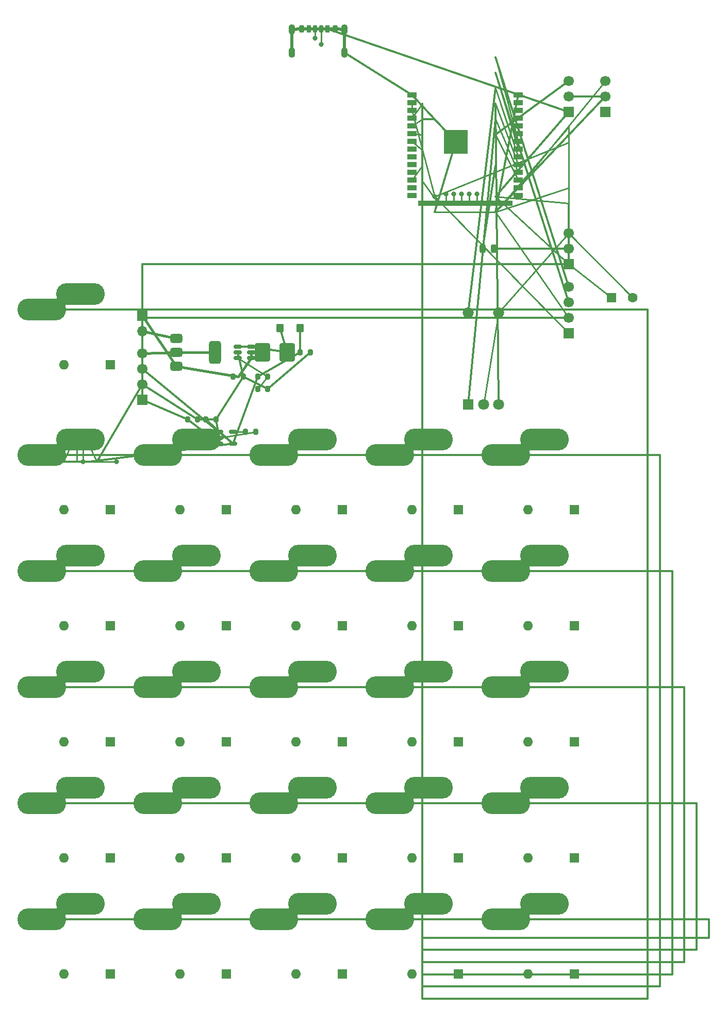
<source format=gtl>
%TF.GenerationSoftware,KiCad,Pcbnew,9.0.7*%
%TF.CreationDate,2026-02-28T22:53:29-05:00*%
%TF.ProjectId,Macropad,4d616372-6f70-4616-942e-6b696361645f,rev?*%
%TF.SameCoordinates,Original*%
%TF.FileFunction,Copper,L1,Top*%
%TF.FilePolarity,Positive*%
%FSLAX46Y46*%
G04 Gerber Fmt 4.6, Leading zero omitted, Abs format (unit mm)*
G04 Created by KiCad (PCBNEW 9.0.7) date 2026-02-28 22:53:29*
%MOMM*%
%LPD*%
G01*
G04 APERTURE LIST*
G04 Aperture macros list*
%AMRoundRect*
0 Rectangle with rounded corners*
0 $1 Rounding radius*
0 $2 $3 $4 $5 $6 $7 $8 $9 X,Y pos of 4 corners*
0 Add a 4 corners polygon primitive as box body*
4,1,4,$2,$3,$4,$5,$6,$7,$8,$9,$2,$3,0*
0 Add four circle primitives for the rounded corners*
1,1,$1+$1,$2,$3*
1,1,$1+$1,$4,$5*
1,1,$1+$1,$6,$7*
1,1,$1+$1,$8,$9*
0 Add four rect primitives between the rounded corners*
20,1,$1+$1,$2,$3,$4,$5,0*
20,1,$1+$1,$4,$5,$6,$7,0*
20,1,$1+$1,$6,$7,$8,$9,0*
20,1,$1+$1,$8,$9,$2,$3,0*%
G04 Aperture macros list end*
%TA.AperFunction,ComponentPad*%
%ADD10O,8.000000X3.600000*%
%TD*%
%TA.AperFunction,ComponentPad*%
%ADD11R,1.600000X1.600000*%
%TD*%
%TA.AperFunction,ComponentPad*%
%ADD12O,1.600000X1.600000*%
%TD*%
%TA.AperFunction,SMDPad,CuDef*%
%ADD13R,1.500000X0.900000*%
%TD*%
%TA.AperFunction,SMDPad,CuDef*%
%ADD14R,3.900000X3.900000*%
%TD*%
%TA.AperFunction,ComponentPad*%
%ADD15R,1.700000X1.700000*%
%TD*%
%TA.AperFunction,ComponentPad*%
%ADD16C,1.700000*%
%TD*%
%TA.AperFunction,ComponentPad*%
%ADD17O,1.700000X1.700000*%
%TD*%
%TA.AperFunction,SMDPad,CuDef*%
%ADD18RoundRect,0.375000X-0.625000X-0.375000X0.625000X-0.375000X0.625000X0.375000X-0.625000X0.375000X0*%
%TD*%
%TA.AperFunction,SMDPad,CuDef*%
%ADD19RoundRect,0.500000X-0.500000X-1.400000X0.500000X-1.400000X0.500000X1.400000X-0.500000X1.400000X0*%
%TD*%
%TA.AperFunction,SMDPad,CuDef*%
%ADD20RoundRect,0.175000X-0.175000X-0.425000X0.175000X-0.425000X0.175000X0.425000X-0.175000X0.425000X0*%
%TD*%
%TA.AperFunction,SMDPad,CuDef*%
%ADD21RoundRect,0.190000X0.190000X0.410000X-0.190000X0.410000X-0.190000X-0.410000X0.190000X-0.410000X0*%
%TD*%
%TA.AperFunction,SMDPad,CuDef*%
%ADD22RoundRect,0.200000X0.200000X0.400000X-0.200000X0.400000X-0.200000X-0.400000X0.200000X-0.400000X0*%
%TD*%
%TA.AperFunction,SMDPad,CuDef*%
%ADD23RoundRect,0.175000X0.175000X0.425000X-0.175000X0.425000X-0.175000X-0.425000X0.175000X-0.425000X0*%
%TD*%
%TA.AperFunction,SMDPad,CuDef*%
%ADD24RoundRect,0.190000X-0.190000X-0.410000X0.190000X-0.410000X0.190000X0.410000X-0.190000X0.410000X0*%
%TD*%
%TA.AperFunction,SMDPad,CuDef*%
%ADD25RoundRect,0.200000X-0.200000X-0.400000X0.200000X-0.400000X0.200000X0.400000X-0.200000X0.400000X0*%
%TD*%
%TA.AperFunction,ComponentPad*%
%ADD26O,1.100000X1.700000*%
%TD*%
%TA.AperFunction,SMDPad,CuDef*%
%ADD27RoundRect,0.150000X-0.512500X-0.150000X0.512500X-0.150000X0.512500X0.150000X-0.512500X0.150000X0*%
%TD*%
%TA.AperFunction,SMDPad,CuDef*%
%ADD28RoundRect,0.200000X0.275000X-0.200000X0.275000X0.200000X-0.275000X0.200000X-0.275000X-0.200000X0*%
%TD*%
%TA.AperFunction,SMDPad,CuDef*%
%ADD29RoundRect,0.200000X-0.200000X-0.275000X0.200000X-0.275000X0.200000X0.275000X-0.200000X0.275000X0*%
%TD*%
%TA.AperFunction,SMDPad,CuDef*%
%ADD30RoundRect,0.250000X-1.000000X-1.250000X1.000000X-1.250000X1.000000X1.250000X-1.000000X1.250000X0*%
%TD*%
%TA.AperFunction,SMDPad,CuDef*%
%ADD31RoundRect,0.240000X-0.360000X-0.460000X0.360000X-0.460000X0.360000X0.460000X-0.360000X0.460000X0*%
%TD*%
%TA.AperFunction,SMDPad,CuDef*%
%ADD32RoundRect,0.243750X-0.243750X-0.456250X0.243750X-0.456250X0.243750X0.456250X-0.243750X0.456250X0*%
%TD*%
%TA.AperFunction,ComponentPad*%
%ADD33C,1.600000*%
%TD*%
%TA.AperFunction,ComponentPad*%
%ADD34R,1.800000X1.800000*%
%TD*%
%TA.AperFunction,ComponentPad*%
%ADD35C,1.800000*%
%TD*%
%TA.AperFunction,ViaPad*%
%ADD36C,0.800000*%
%TD*%
%TA.AperFunction,Conductor*%
%ADD37C,0.300000*%
%TD*%
%TA.AperFunction,Conductor*%
%ADD38C,0.250000*%
%TD*%
%TA.AperFunction,Conductor*%
%ADD39C,0.400000*%
%TD*%
%TA.AperFunction,Conductor*%
%ADD40C,0.500000*%
%TD*%
G04 APERTURE END LIST*
D10*
%TO.P,SW1,1*%
%TO.N,ROW0*%
X5715000Y-6985000D03*
%TO.P,SW1,2*%
%TO.N,K1*%
X12065000Y-4445000D03*
%TD*%
D11*
%TO.P,D1,1*%
%TO.N,K1*%
X17025000Y-16025000D03*
D12*
%TO.P,D1,2*%
%TO.N,COL0*%
X9405000Y-16025000D03*
%TD*%
D10*
%TO.P,SW2,1*%
%TO.N,ROW1*%
X5715000Y-30797000D03*
%TO.P,SW2,2*%
%TO.N,K2*%
X12065000Y-28257000D03*
%TD*%
D11*
%TO.P,D2,1*%
%TO.N,K2*%
X17025000Y-39837000D03*
D12*
%TO.P,D2,2*%
%TO.N,COL0*%
X9405000Y-39837000D03*
%TD*%
D10*
%TO.P,SW3,1*%
%TO.N,ROW1*%
X24765000Y-30797000D03*
%TO.P,SW3,2*%
%TO.N,K3*%
X31115000Y-28257000D03*
%TD*%
D11*
%TO.P,D3,1*%
%TO.N,K3*%
X36075000Y-39837000D03*
D12*
%TO.P,D3,2*%
%TO.N,COL1*%
X28455000Y-39837000D03*
%TD*%
D10*
%TO.P,SW4,1*%
%TO.N,ROW1*%
X43815000Y-30797000D03*
%TO.P,SW4,2*%
%TO.N,K4*%
X50165000Y-28257000D03*
%TD*%
D11*
%TO.P,D4,1*%
%TO.N,K4*%
X55125000Y-39837000D03*
D12*
%TO.P,D4,2*%
%TO.N,COL2*%
X47505000Y-39837000D03*
%TD*%
D10*
%TO.P,SW5,1*%
%TO.N,ROW1*%
X62865000Y-30797000D03*
%TO.P,SW5,2*%
%TO.N,K5*%
X69215000Y-28257000D03*
%TD*%
D11*
%TO.P,D5,1*%
%TO.N,K5*%
X74175000Y-39837000D03*
D12*
%TO.P,D5,2*%
%TO.N,COL3*%
X66555000Y-39837000D03*
%TD*%
D10*
%TO.P,SW6,1*%
%TO.N,ROW1*%
X81915000Y-30797000D03*
%TO.P,SW6,2*%
%TO.N,K6*%
X88265000Y-28257000D03*
%TD*%
D11*
%TO.P,D6,1*%
%TO.N,K6*%
X93225000Y-39837000D03*
D12*
%TO.P,D6,2*%
%TO.N,COL4*%
X85605000Y-39837000D03*
%TD*%
D10*
%TO.P,SW7,1*%
%TO.N,ROW2*%
X5715000Y-49848000D03*
%TO.P,SW7,2*%
%TO.N,K7*%
X12065000Y-47308000D03*
%TD*%
D11*
%TO.P,D7,1*%
%TO.N,K7*%
X17025000Y-58888000D03*
D12*
%TO.P,D7,2*%
%TO.N,COL0*%
X9405000Y-58888000D03*
%TD*%
D10*
%TO.P,SW8,1*%
%TO.N,ROW2*%
X24765000Y-49848000D03*
%TO.P,SW8,2*%
%TO.N,K8*%
X31115000Y-47308000D03*
%TD*%
D11*
%TO.P,D8,1*%
%TO.N,K8*%
X36075000Y-58888000D03*
D12*
%TO.P,D8,2*%
%TO.N,COL1*%
X28455000Y-58888000D03*
%TD*%
D10*
%TO.P,SW9,1*%
%TO.N,ROW2*%
X43815000Y-49848000D03*
%TO.P,SW9,2*%
%TO.N,K9*%
X50165000Y-47308000D03*
%TD*%
D11*
%TO.P,D9,1*%
%TO.N,K9*%
X55125000Y-58888000D03*
D12*
%TO.P,D9,2*%
%TO.N,COL2*%
X47505000Y-58888000D03*
%TD*%
D10*
%TO.P,SW10,1*%
%TO.N,ROW2*%
X62865000Y-49848000D03*
%TO.P,SW10,2*%
%TO.N,K10*%
X69215000Y-47308000D03*
%TD*%
D11*
%TO.P,D10,1*%
%TO.N,K10*%
X74175000Y-58888000D03*
D12*
%TO.P,D10,2*%
%TO.N,COL3*%
X66555000Y-58888000D03*
%TD*%
D10*
%TO.P,SW11,1*%
%TO.N,ROW2*%
X81915000Y-49848000D03*
%TO.P,SW11,2*%
%TO.N,K11*%
X88265000Y-47308000D03*
%TD*%
D11*
%TO.P,D11,1*%
%TO.N,K11*%
X93225000Y-58888000D03*
D12*
%TO.P,D11,2*%
%TO.N,COL4*%
X85605000Y-58888000D03*
%TD*%
D10*
%TO.P,SW12,1*%
%TO.N,ROW3*%
X5715000Y-68898000D03*
%TO.P,SW12,2*%
%TO.N,K12*%
X12065000Y-66358000D03*
%TD*%
D11*
%TO.P,D12,1*%
%TO.N,K12*%
X17025000Y-77938000D03*
D12*
%TO.P,D12,2*%
%TO.N,COL0*%
X9405000Y-77938000D03*
%TD*%
D10*
%TO.P,SW13,1*%
%TO.N,ROW3*%
X24765000Y-68898000D03*
%TO.P,SW13,2*%
%TO.N,K13*%
X31115000Y-66358000D03*
%TD*%
D11*
%TO.P,D13,1*%
%TO.N,K13*%
X36075000Y-77938000D03*
D12*
%TO.P,D13,2*%
%TO.N,COL1*%
X28455000Y-77938000D03*
%TD*%
D10*
%TO.P,SW14,1*%
%TO.N,ROW3*%
X43815000Y-68898000D03*
%TO.P,SW14,2*%
%TO.N,K14*%
X50165000Y-66358000D03*
%TD*%
D11*
%TO.P,D14,1*%
%TO.N,K14*%
X55125000Y-77938000D03*
D12*
%TO.P,D14,2*%
%TO.N,COL2*%
X47505000Y-77938000D03*
%TD*%
D10*
%TO.P,SW15,1*%
%TO.N,ROW3*%
X62865000Y-68898000D03*
%TO.P,SW15,2*%
%TO.N,K15*%
X69215000Y-66358000D03*
%TD*%
D11*
%TO.P,D15,1*%
%TO.N,K15*%
X74175000Y-77938000D03*
D12*
%TO.P,D15,2*%
%TO.N,COL3*%
X66555000Y-77938000D03*
%TD*%
D10*
%TO.P,SW16,1*%
%TO.N,ROW3*%
X81915000Y-68898000D03*
%TO.P,SW16,2*%
%TO.N,K16*%
X88265000Y-66358000D03*
%TD*%
D11*
%TO.P,D16,1*%
%TO.N,K16*%
X93225000Y-77938000D03*
D12*
%TO.P,D16,2*%
%TO.N,COL4*%
X85605000Y-77938000D03*
%TD*%
D10*
%TO.P,SW17,1*%
%TO.N,ROW4*%
X5715000Y-87947000D03*
%TO.P,SW17,2*%
%TO.N,K17*%
X12065000Y-85407000D03*
%TD*%
D11*
%TO.P,D17,1*%
%TO.N,K17*%
X17025000Y-96987000D03*
D12*
%TO.P,D17,2*%
%TO.N,COL0*%
X9405000Y-96987000D03*
%TD*%
D10*
%TO.P,SW18,1*%
%TO.N,ROW4*%
X24765000Y-87947000D03*
%TO.P,SW18,2*%
%TO.N,K18*%
X31115000Y-85407000D03*
%TD*%
D11*
%TO.P,D18,1*%
%TO.N,K18*%
X36075000Y-96987000D03*
D12*
%TO.P,D18,2*%
%TO.N,COL1*%
X28455000Y-96987000D03*
%TD*%
D10*
%TO.P,SW19,1*%
%TO.N,ROW4*%
X43815000Y-87947000D03*
%TO.P,SW19,2*%
%TO.N,K19*%
X50165000Y-85407000D03*
%TD*%
D11*
%TO.P,D19,1*%
%TO.N,K19*%
X55125000Y-96987000D03*
D12*
%TO.P,D19,2*%
%TO.N,COL2*%
X47505000Y-96987000D03*
%TD*%
D10*
%TO.P,SW20,1*%
%TO.N,ROW4*%
X62865000Y-87947000D03*
%TO.P,SW20,2*%
%TO.N,K20*%
X69215000Y-85407000D03*
%TD*%
D11*
%TO.P,D20,1*%
%TO.N,K20*%
X74175000Y-96987000D03*
D12*
%TO.P,D20,2*%
%TO.N,COL3*%
X66555000Y-96987000D03*
%TD*%
D10*
%TO.P,SW21,1*%
%TO.N,ROW4*%
X81915000Y-87947000D03*
%TO.P,SW21,2*%
%TO.N,K21*%
X88265000Y-85407000D03*
%TD*%
D11*
%TO.P,D21,1*%
%TO.N,K21*%
X93225000Y-96987000D03*
D12*
%TO.P,D21,2*%
%TO.N,COL4*%
X85605000Y-96987000D03*
%TD*%
D10*
%TO.P,SW22,1*%
%TO.N,ROW5*%
X5715000Y-106998000D03*
%TO.P,SW22,2*%
%TO.N,K22*%
X12065000Y-104458000D03*
%TD*%
D11*
%TO.P,D22,1*%
%TO.N,K22*%
X17025000Y-116038000D03*
D12*
%TO.P,D22,2*%
%TO.N,COL0*%
X9405000Y-116038000D03*
%TD*%
D10*
%TO.P,SW23,1*%
%TO.N,ROW5*%
X24765000Y-106998000D03*
%TO.P,SW23,2*%
%TO.N,K23*%
X31115000Y-104458000D03*
%TD*%
D11*
%TO.P,D23,1*%
%TO.N,K23*%
X36075000Y-116038000D03*
D12*
%TO.P,D23,2*%
%TO.N,COL1*%
X28455000Y-116038000D03*
%TD*%
D10*
%TO.P,SW24,1*%
%TO.N,ROW5*%
X43815000Y-106998000D03*
%TO.P,SW24,2*%
%TO.N,K24*%
X50165000Y-104458000D03*
%TD*%
D11*
%TO.P,D24,1*%
%TO.N,K24*%
X55125000Y-116038000D03*
D12*
%TO.P,D24,2*%
%TO.N,COL2*%
X47505000Y-116038000D03*
%TD*%
D10*
%TO.P,SW25,1*%
%TO.N,ROW5*%
X62865000Y-106998000D03*
%TO.P,SW25,2*%
%TO.N,K25*%
X69215000Y-104458000D03*
%TD*%
D11*
%TO.P,D25,1*%
%TO.N,K25*%
X74175000Y-116038000D03*
D12*
%TO.P,D25,2*%
%TO.N,COL3*%
X66555000Y-116038000D03*
%TD*%
D10*
%TO.P,SW26,1*%
%TO.N,ROW5*%
X81915000Y-106998000D03*
%TO.P,SW26,2*%
%TO.N,K26*%
X88265000Y-104458000D03*
%TD*%
D11*
%TO.P,D26,1*%
%TO.N,K26*%
X93225000Y-116038000D03*
D12*
%TO.P,D26,2*%
%TO.N,COL4*%
X85605000Y-116038000D03*
%TD*%
D13*
%TO.P,U901,1*%
%TO.N,GND*%
X66500000Y28260000D03*
%TO.P,U901,2*%
%TO.N,3V3*%
X66500000Y26990000D03*
%TO.P,U901,3*%
X66500000Y25720000D03*
%TO.P,U901,4*%
%TO.N,ROW0*%
X66500000Y24450000D03*
%TO.P,U901,5*%
%TO.N,ROW1*%
X66500000Y23180000D03*
%TO.P,U901,6*%
%TO.N,ROW2*%
X66500000Y21910000D03*
%TO.P,U901,7*%
%TO.N,ROW3*%
X66500000Y20640000D03*
%TO.P,U901,8*%
%TO.N,N/C*%
X66500000Y19370000D03*
%TO.P,U901,9*%
X66500000Y18100000D03*
%TO.P,U901,10*%
X66500000Y16830000D03*
%TO.P,U901,11*%
X66500000Y15560000D03*
%TO.P,U901,12*%
%TO.N,ROW4*%
X66500000Y14290000D03*
%TO.P,U901,13*%
%TO.N,N/C*%
X66500000Y13020000D03*
%TO.P,U901,14*%
X66500000Y11750000D03*
%TO.P,U901,15*%
X68265000Y10500000D03*
%TO.P,U901,16*%
X69535000Y10500000D03*
%TO.P,U901,17*%
%TO.N,ROW5*%
X70805000Y10500000D03*
%TO.P,U901,18*%
%TO.N,COL0*%
X72075000Y10500000D03*
%TO.P,U901,19*%
%TO.N,COL1*%
X73345000Y10500000D03*
%TO.P,U901,20*%
%TO.N,COL2*%
X74615000Y10500000D03*
%TO.P,U901,21*%
%TO.N,COL3*%
X75885000Y10500000D03*
%TO.P,U901,22*%
%TO.N,COL4*%
X77155000Y10500000D03*
%TO.P,U901,23*%
%TO.N,LED_DATA*%
X78425000Y10500000D03*
%TO.P,U901,24*%
%TO.N,N/C*%
X79695000Y10500000D03*
%TO.P,U901,25*%
X80965000Y10500000D03*
%TO.P,U901,26*%
X82235000Y10500000D03*
%TO.P,U901,27*%
X84000000Y11750000D03*
%TO.P,U901,28*%
%TO.N,IR_RX*%
X84000000Y13020000D03*
%TO.P,U901,29*%
%TO.N,IR_TX*%
X84000000Y14290000D03*
%TO.P,U901,30*%
%TO.N,ENC_A*%
X84000000Y15560000D03*
%TO.P,U901,31*%
%TO.N,ENC_B*%
X84000000Y16830000D03*
%TO.P,U901,32*%
%TO.N,ENC_SW*%
X84000000Y18100000D03*
%TO.P,U901,33*%
%TO.N,LCD_SDA*%
X84000000Y19370000D03*
%TO.P,U901,34*%
%TO.N,LCD_SCL*%
X84000000Y20640000D03*
%TO.P,U901,35*%
%TO.N,N/C*%
X84000000Y21910000D03*
%TO.P,U901,36*%
X84000000Y23180000D03*
%TO.P,U901,37*%
X84000000Y24450000D03*
%TO.P,U901,38*%
X84000000Y25720000D03*
%TO.P,U901,39*%
X84000000Y26990000D03*
%TO.P,U901,40*%
%TO.N,GND*%
X84000000Y28260000D03*
D14*
%TO.P,U901,41*%
X73750000Y20540000D03*
%TD*%
D15*
%TO.P,J201,1*%
%TO.N,3V3*%
X98250000Y25460000D03*
D16*
%TO.P,J201,2*%
%TO.N,GND*%
X98250000Y28000000D03*
%TO.P,J201,3*%
%TO.N,IR_RX*%
X98250000Y30540000D03*
%TD*%
D15*
%TO.P,J202,1*%
%TO.N,5V*%
X92250000Y25460000D03*
D16*
%TO.P,J202,2*%
%TO.N,GND*%
X92250000Y28000000D03*
%TO.P,J202,3*%
%TO.N,IR_TX*%
X92250000Y30540000D03*
%TD*%
D15*
%TO.P,J301,1*%
%TO.N,5V*%
X92250000Y460000D03*
D16*
%TO.P,J301,2*%
%TO.N,LED_DIN*%
X92250000Y3000000D03*
%TO.P,J301,3*%
%TO.N,GND*%
X92250000Y5540000D03*
%TD*%
D15*
%TO.P,J302,1*%
%TO.N,3V3*%
X92250000Y-10810000D03*
D16*
%TO.P,J302,2*%
%TO.N,GND*%
X92250000Y-8270000D03*
%TO.P,J302,3*%
%TO.N,LCD_SDA*%
X92250000Y-5730000D03*
%TO.P,J302,4*%
%TO.N,LCD_SCL*%
X92250000Y-3190000D03*
%TD*%
D15*
%TO.P,J400,1*%
%TO.N,BAT+*%
X22250000Y-8000000D03*
D17*
%TO.P,J400,2*%
%TO.N,GND*%
X22250000Y-10540000D03*
%TD*%
D15*
%TO.P,J401,1*%
%TO.N,BAT+*%
X22250000Y-21810000D03*
D16*
%TO.P,J401,2*%
%TO.N,GND*%
X22250000Y-19270000D03*
%TO.P,J401,3*%
%TO.N,5V*%
X22250000Y-16730000D03*
%TO.P,J401,4*%
%TO.N,3V3*%
X22250000Y-14190000D03*
%TD*%
D18*
%TO.P,U402,1*%
%TO.N,GND*%
X27850000Y-11700000D03*
%TO.P,U402,2*%
%TO.N,3V3*%
X27850000Y-14000000D03*
D19*
X34150000Y-14000000D03*
D18*
%TO.P,U402,3*%
%TO.N,BAT+*%
X27850000Y-16300000D03*
%TD*%
D20*
%TO.P,J402,A5*%
%TO.N,USB_CC1*%
X50625000Y39080000D03*
D21*
%TO.P,J402,A9*%
%TO.N,5V*%
X52645000Y39080000D03*
D22*
%TO.P,J402,A12*%
%TO.N,GND*%
X53875000Y39080000D03*
D23*
%TO.P,J402,B5*%
%TO.N,USB_CC2*%
X51625000Y39080000D03*
D24*
%TO.P,J402,B9*%
%TO.N,5V*%
X49605000Y39080000D03*
D25*
%TO.P,J402,B12*%
%TO.N,GND*%
X48375000Y39080000D03*
D26*
%TO.P,J402,S1*%
X46805000Y39000000D03*
X46805000Y35200000D03*
X55445000Y39000000D03*
X55445000Y35200000D03*
%TD*%
D27*
%TO.P,U403,1*%
%TO.N,N/C*%
X34862500Y-27050000D03*
%TO.P,U403,2*%
%TO.N,GND*%
X34862500Y-28000000D03*
%TO.P,U403,3*%
%TO.N,BAT+*%
X34862500Y-28950000D03*
%TO.P,U403,4*%
%TO.N,5V*%
X37137500Y-28950000D03*
%TO.P,U403,5*%
%TO.N,CHG_PROG*%
X37137500Y-27050000D03*
%TD*%
D28*
%TO.P,R402,1*%
%TO.N,USB_CC1*%
X11500000Y-28825000D03*
%TO.P,R402,2*%
%TO.N,GND*%
X11500000Y-27175000D03*
%TD*%
%TO.P,R403,1*%
%TO.N,USB_CC2*%
X12500000Y-28825000D03*
%TO.P,R403,2*%
%TO.N,GND*%
X12500000Y-27175000D03*
%TD*%
D29*
%TO.P,R404,1*%
%TO.N,CHG_PROG*%
X39175000Y-27050000D03*
%TO.P,R404,2*%
%TO.N,GND*%
X40825000Y-27050000D03*
%TD*%
%TO.P,C402,1*%
%TO.N,5V*%
X32675000Y-25000000D03*
%TO.P,C402,2*%
%TO.N,GND*%
X34325000Y-25000000D03*
%TD*%
%TO.P,C403,1*%
%TO.N,BAT+*%
X29675000Y-25000000D03*
%TO.P,C403,2*%
%TO.N,GND*%
X31325000Y-25000000D03*
%TD*%
D27*
%TO.P,U404,1*%
%TO.N,BOOST_SW*%
X37862500Y-13050000D03*
%TO.P,U404,2*%
%TO.N,GND*%
X37862500Y-14000000D03*
%TO.P,U404,3*%
%TO.N,BOOST_FB*%
X37862500Y-14950000D03*
%TO.P,U404,4*%
%TO.N,BAT+*%
X40137500Y-14950000D03*
%TO.P,U404,5*%
X40137500Y-14000000D03*
%TO.P,U404,6*%
%TO.N,BOOST_SW*%
X40137500Y-13050000D03*
%TD*%
D30*
%TO.P,L401,1*%
%TO.N,BAT+*%
X42000000Y-14000000D03*
%TO.P,L401,2*%
%TO.N,BOOST_SW*%
X46000000Y-14000000D03*
%TD*%
D31*
%TO.P,D401,1*%
%TO.N,BOOST_SW*%
X44850000Y-10000000D03*
%TO.P,D401,2*%
%TO.N,5V*%
X48150000Y-10000000D03*
%TD*%
D29*
%TO.P,R405,1*%
%TO.N,5V*%
X41175000Y-18000000D03*
%TO.P,R405,2*%
%TO.N,BOOST_FB*%
X42825000Y-18000000D03*
%TD*%
%TO.P,R406,1*%
%TO.N,BOOST_FB*%
X41175000Y-20000000D03*
%TO.P,R406,2*%
%TO.N,GND*%
X42825000Y-20000000D03*
%TD*%
%TO.P,C404,1*%
%TO.N,BAT+*%
X37175000Y-18000000D03*
%TO.P,C404,2*%
%TO.N,GND*%
X38825000Y-18000000D03*
%TD*%
%TO.P,C405,1*%
%TO.N,5V*%
X48175000Y-14000000D03*
%TO.P,C405,2*%
%TO.N,GND*%
X49825000Y-14000000D03*
%TD*%
D32*
%TO.P,R401,1*%
%TO.N,LED_DATA*%
X78122500Y3000000D03*
%TO.P,R401,2*%
%TO.N,LED_DIN*%
X79997500Y3000000D03*
%TD*%
D11*
%TO.P,C401,1*%
%TO.N,5V*%
X99250000Y-5000000D03*
D33*
%TO.P,C401,2*%
%TO.N,GND*%
X102750000Y-5000000D03*
%TD*%
D34*
%TO.P,SW401,A*%
%TO.N,ENC_A*%
X75750000Y-22500000D03*
D35*
%TO.P,SW401,B*%
%TO.N,ENC_B*%
X80750000Y-22500000D03*
%TO.P,SW401,C*%
%TO.N,GND*%
X78250000Y-22500000D03*
%TO.P,SW401,S1*%
%TO.N,ENC_SW*%
X75750000Y-7500000D03*
%TO.P,SW401,S2*%
%TO.N,GND*%
X80750000Y-7500000D03*
%TD*%
D36*
%TO.N,COL0*%
X72075000Y12000000D03*
%TO.N,COL1*%
X73345000Y12000000D03*
%TO.N,COL2*%
X74615000Y12000000D03*
%TO.N,COL3*%
X75885000Y12000000D03*
%TO.N,COL4*%
X77155000Y12000000D03*
%TO.N,3V3*%
X70250000Y11570000D03*
%TO.N,USB_CC1*%
X50625000Y37580000D03*
X18000000Y-31920000D03*
%TO.N,USB_CC2*%
X51625000Y36580000D03*
X12500000Y-31920000D03*
%TD*%
D37*
%TO.N,ROW0*%
X5715000Y-6985000D02*
X105250000Y-6985000D01*
X105250000Y-6985000D02*
X105250000Y-120063000D01*
X105250000Y-120063000D02*
X68250000Y-120063000D01*
X68250000Y-120063000D02*
X68250000Y26810000D01*
%TO.N,ROW1*%
X5715000Y-30797000D02*
X24765000Y-30797000D01*
X24765000Y-30797000D02*
X43815000Y-30797000D01*
X43815000Y-30797000D02*
X62865000Y-30797000D01*
X62865000Y-30797000D02*
X81915000Y-30797000D01*
X81915000Y-30797000D02*
X107250000Y-30797000D01*
X107250000Y-30797000D02*
X107250000Y-118063000D01*
X107250000Y-118063000D02*
X68250000Y-118063000D01*
X68250000Y-118063000D02*
X68250000Y24270000D01*
X68250000Y24270000D02*
X70250000Y24270000D01*
%TO.N,ROW2*%
X5715000Y-49848000D02*
X24765000Y-49848000D01*
X24765000Y-49848000D02*
X43815000Y-49848000D01*
X43815000Y-49848000D02*
X62865000Y-49848000D01*
X62865000Y-49848000D02*
X81915000Y-49848000D01*
X81915000Y-49848000D02*
X109250000Y-49848000D01*
X109250000Y-49848000D02*
X109250000Y-116063000D01*
X109250000Y-116063000D02*
X68250000Y-116063000D01*
X68250000Y-116063000D02*
X68250000Y21730000D01*
%TO.N,ROW3*%
X5715000Y-68897000D02*
X24765000Y-68897000D01*
X24765000Y-68897000D02*
X43815000Y-68897000D01*
X43815000Y-68897000D02*
X62865000Y-68897000D01*
X62865000Y-68897000D02*
X81915000Y-68897000D01*
X81915000Y-68897000D02*
X111250000Y-68897000D01*
X111250000Y-68897000D02*
X111250000Y-114063000D01*
X111250000Y-114063000D02*
X68250000Y-114063000D01*
X68250000Y-114063000D02*
X68250000Y19190000D01*
%TO.N,ROW4*%
X5715000Y-87947000D02*
X24765000Y-87947000D01*
X24765000Y-87947000D02*
X43815000Y-87947000D01*
X43815000Y-87947000D02*
X62865000Y-87947000D01*
X62865000Y-87947000D02*
X81915000Y-87947000D01*
X81915000Y-87947000D02*
X113250000Y-87947000D01*
X113250000Y-87947000D02*
X113250000Y-112063000D01*
X113250000Y-112063000D02*
X68250000Y-112063000D01*
X68250000Y-112063000D02*
X68250000Y16650000D01*
%TO.N,ROW5*%
X5715000Y-106998000D02*
X24765000Y-106998000D01*
X24765000Y-106998000D02*
X43815000Y-106998000D01*
X43815000Y-106998000D02*
X62865000Y-106998000D01*
X62865000Y-106998000D02*
X81915000Y-106998000D01*
X81915000Y-106998000D02*
X115250000Y-106998000D01*
X115250000Y-106998000D02*
X115250000Y-110063000D01*
X115250000Y-110063000D02*
X68250000Y-110063000D01*
X68250000Y-110063000D02*
X68250000Y14110000D01*
D38*
%TO.N,3V3*%
X70250000Y11570000D02*
X92250000Y20460000D01*
%TO.N,GND*%
X70250000Y9030000D02*
X80250000Y9030000D01*
%TO.N,5V*%
X80250000Y11570000D02*
X92250000Y460000D01*
%TO.N,GND*%
X80250000Y9030000D02*
X92250000Y23000000D01*
X92250000Y23000000D02*
X92250000Y5540000D01*
%TO.N,5V*%
X80250000Y11570000D02*
X92250000Y10460000D01*
%TO.N,GND*%
X80250000Y9030000D02*
X92250000Y13000000D01*
%TO.N,3V3*%
X70250000Y11570000D02*
X92250000Y-10810000D01*
%TO.N,GND*%
X80250000Y9030000D02*
X92250000Y-8270000D01*
D37*
%TO.N,IR_TX*%
X80250000Y21730000D02*
X92250000Y30540000D01*
%TO.N,LCD_SDA*%
X80250000Y31890000D02*
X92250000Y-5730000D01*
%TO.N,LCD_SCL*%
X80250000Y34430000D02*
X92250000Y-3190000D01*
%TO.N,LED_DATA*%
X80250000Y16650000D02*
X78122500Y3000000D01*
%TO.N,LED_DIN*%
X79997500Y3000000D02*
X92250000Y3000000D01*
D38*
%TO.N,5V*%
X92250000Y460000D02*
X99250000Y-5000000D01*
%TO.N,GND*%
X92250000Y5540000D02*
X102750000Y-5000000D01*
D37*
%TO.N,ENC_A*%
X80250000Y24270000D02*
X75750000Y-22500000D01*
%TO.N,ENC_B*%
X80250000Y26810000D02*
X80750000Y-22500000D01*
%TO.N,ENC_SW*%
X80250000Y29350000D02*
X75750000Y-7500000D01*
D38*
%TO.N,GND*%
X78250000Y-22500000D02*
X80750000Y-7500000D01*
X80750000Y-7500000D02*
X92250000Y5540000D01*
D37*
%TO.N,BAT+*%
X22250000Y-8000000D02*
X22250000Y-21810000D01*
%TO.N,GND*%
X22250000Y-10540000D02*
X22250000Y-19270000D01*
X22250000Y-19270000D02*
X22250000Y-8270000D01*
X22250000Y-8270000D02*
X92250000Y-8270000D01*
%TO.N,5V*%
X22250000Y-16730000D02*
X22250000Y460000D01*
X22250000Y460000D02*
X92250000Y460000D01*
X92250000Y460000D02*
X92250000Y10460000D01*
D38*
%TO.N,ROW0*%
X66500000Y24450000D02*
X68250000Y26810000D01*
%TO.N,ROW1*%
X66500000Y23180000D02*
X68250000Y24270000D01*
%TO.N,ROW2*%
X66500000Y21910000D02*
X68250000Y21730000D01*
%TO.N,ROW3*%
X66500000Y20640000D02*
X68250000Y19190000D01*
%TO.N,ROW4*%
X66500000Y14290000D02*
X68250000Y16650000D01*
%TO.N,ROW5*%
X70805000Y10500000D02*
X68250000Y14110000D01*
%TO.N,COL0*%
X72075000Y10500000D02*
X72075000Y12000000D01*
%TO.N,COL1*%
X73345000Y10500000D02*
X73345000Y12000000D01*
%TO.N,COL2*%
X74615000Y10500000D02*
X74615000Y12000000D01*
%TO.N,COL3*%
X75885000Y10500000D02*
X75885000Y12000000D01*
%TO.N,COL4*%
X77155000Y10500000D02*
X77155000Y12000000D01*
%TO.N,IR_TX*%
X84000000Y14290000D02*
X80250000Y21730000D01*
%TO.N,ENC_A*%
X84000000Y15560000D02*
X80250000Y24270000D01*
%TO.N,ENC_B*%
X84000000Y16830000D02*
X80250000Y26810000D01*
%TO.N,ENC_SW*%
X84000000Y18100000D02*
X80250000Y29350000D01*
%TO.N,LCD_SDA*%
X84000000Y19370000D02*
X80250000Y31890000D01*
%TO.N,LCD_SCL*%
X84000000Y20640000D02*
X80250000Y34430000D01*
%TO.N,3V3*%
X66500000Y26990000D02*
X66500000Y25720000D01*
X66500000Y25720000D02*
X70250000Y11570000D01*
D37*
%TO.N,GND*%
X73750000Y20540000D02*
X70250000Y9030000D01*
X66500000Y28260000D02*
X73750000Y20540000D01*
X84000000Y28260000D02*
X80250000Y9030000D01*
D39*
%TO.N,BAT+*%
X22250000Y-8000000D02*
X27850000Y-16300000D01*
%TO.N,3V3*%
X27850000Y-14000000D02*
X34150000Y-14000000D01*
X27850000Y-14000000D02*
X22250000Y-14190000D01*
%TO.N,GND*%
X27850000Y-11700000D02*
X22250000Y-10540000D01*
D37*
%TO.N,5V*%
X13520000Y-31920000D02*
X37137500Y-28950000D01*
X37137500Y-28950000D02*
X22250000Y-16730000D01*
X37137500Y-28950000D02*
X32675000Y-25000000D01*
D38*
%TO.N,USB_CC1*%
X11500000Y-31920000D02*
X11500000Y-28825000D01*
%TO.N,USB_CC2*%
X12500000Y-31920000D02*
X12500000Y-28825000D01*
D37*
%TO.N,GND*%
X9250000Y-31920000D02*
X14750000Y-31920000D01*
X14750000Y-31920000D02*
X22250000Y-19270000D01*
X7680000Y-32000000D02*
X9250000Y-31920000D01*
D38*
X11500000Y-27175000D02*
X9250000Y-31920000D01*
X12500000Y-27175000D02*
X14750000Y-31920000D01*
D37*
%TO.N,BAT+*%
X34862500Y-28950000D02*
X29675000Y-25000000D01*
X29675000Y-25000000D02*
X22250000Y-21810000D01*
%TO.N,GND*%
X34862500Y-28000000D02*
X34325000Y-25000000D01*
X34325000Y-25000000D02*
X31325000Y-25000000D01*
X31325000Y-25000000D02*
X22250000Y-19270000D01*
D38*
X40825000Y-27050000D02*
X34862500Y-28000000D01*
%TO.N,CHG_PROG*%
X37137500Y-27050000D02*
X39175000Y-27050000D01*
D39*
%TO.N,BAT+*%
X27850000Y-16300000D02*
X38000000Y-18000000D01*
X38000000Y-18000000D02*
X40137500Y-14950000D01*
X40137500Y-14950000D02*
X40137500Y-14000000D01*
X40137500Y-14000000D02*
X42000000Y-14000000D01*
D37*
%TO.N,BOOST_SW*%
X37862500Y-13050000D02*
X40137500Y-13050000D01*
X40137500Y-13050000D02*
X46000000Y-14000000D01*
X46000000Y-14000000D02*
X44850000Y-10000000D01*
%TO.N,5V*%
X48150000Y-10000000D02*
X48175000Y-14000000D01*
X48175000Y-14000000D02*
X41175000Y-18000000D01*
X41175000Y-18000000D02*
X37137500Y-28950000D01*
%TO.N,GND*%
X38825000Y-18000000D02*
X37862500Y-14000000D01*
X38825000Y-18000000D02*
X42825000Y-20000000D01*
X42825000Y-20000000D02*
X49825000Y-14000000D01*
X38825000Y-18000000D02*
X34325000Y-25000000D01*
D38*
%TO.N,BOOST_FB*%
X37862500Y-14950000D02*
X42825000Y-18000000D01*
X42825000Y-18000000D02*
X41175000Y-20000000D01*
%TO.N,IR_RX*%
X84000000Y13020000D02*
X98250000Y30540000D01*
D40*
%TO.N,5V*%
X52645000Y39080000D02*
X49605000Y39080000D01*
D37*
X52645000Y39080000D02*
X92250000Y25460000D01*
X92250000Y25460000D02*
X80250000Y11570000D01*
%TO.N,GND*%
X98250000Y28000000D02*
X92250000Y28000000D01*
X98250000Y28000000D02*
X80250000Y9030000D01*
X66500000Y28260000D02*
X55445000Y35200000D01*
D40*
X55445000Y35200000D02*
X55445000Y39000000D01*
X55445000Y39000000D02*
X53875000Y39080000D01*
X53875000Y39080000D02*
X48375000Y39080000D01*
X48375000Y39080000D02*
X46805000Y39000000D01*
X46805000Y39000000D02*
X46805000Y35200000D01*
D38*
%TO.N,USB_CC1*%
X50625000Y39080000D02*
X50625000Y37580000D01*
X18000000Y-31920000D02*
X11500000Y-31920000D01*
%TO.N,USB_CC2*%
X51625000Y39080000D02*
X51625000Y36580000D01*
%TD*%
M02*

</source>
